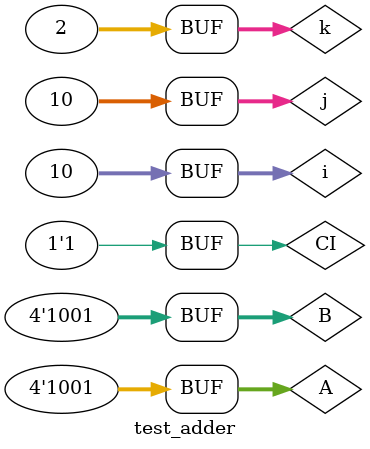
<source format=v>
`timescale 1ns / 1ps


module test_adder;
wire [3:0] S;
wire CO;
reg [3:0] A, B;
reg CI;
integer i, j, k;
adder U0(.s(S),.co(CO),.a(A),.b(B),.ci(CI));

initial
begin
    A = 0; B = 0; CI = 0;
    for (i = 0; i <= 9; i = i + 1)
        for (j = 0; j <= 9; j = j + 1)
            for (k = 0; k <= 1; k = k + 1)
            begin
                if (i != 0 || j != 0 || k != 0)
                    #10 A = i; B = j; CI = k;
            end
end 
endmodule

</source>
